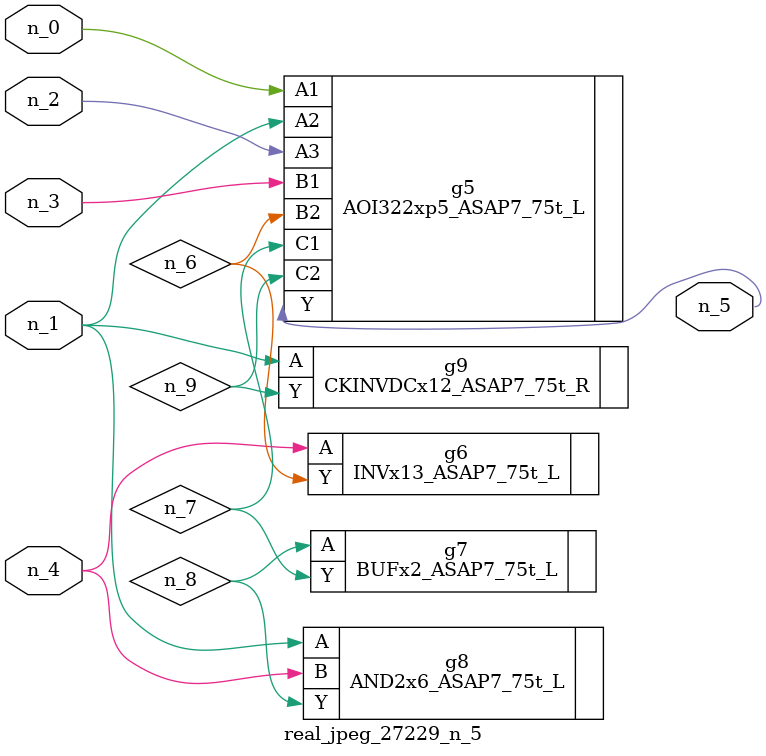
<source format=v>
module real_jpeg_27229_n_5 (n_4, n_0, n_1, n_2, n_3, n_5);

input n_4;
input n_0;
input n_1;
input n_2;
input n_3;

output n_5;

wire n_8;
wire n_6;
wire n_7;
wire n_9;

AOI322xp5_ASAP7_75t_L g5 ( 
.A1(n_0),
.A2(n_1),
.A3(n_2),
.B1(n_3),
.B2(n_6),
.C1(n_7),
.C2(n_9),
.Y(n_5)
);

AND2x6_ASAP7_75t_L g8 ( 
.A(n_1),
.B(n_4),
.Y(n_8)
);

CKINVDCx12_ASAP7_75t_R g9 ( 
.A(n_1),
.Y(n_9)
);

INVx13_ASAP7_75t_L g6 ( 
.A(n_4),
.Y(n_6)
);

BUFx2_ASAP7_75t_L g7 ( 
.A(n_8),
.Y(n_7)
);


endmodule
</source>
